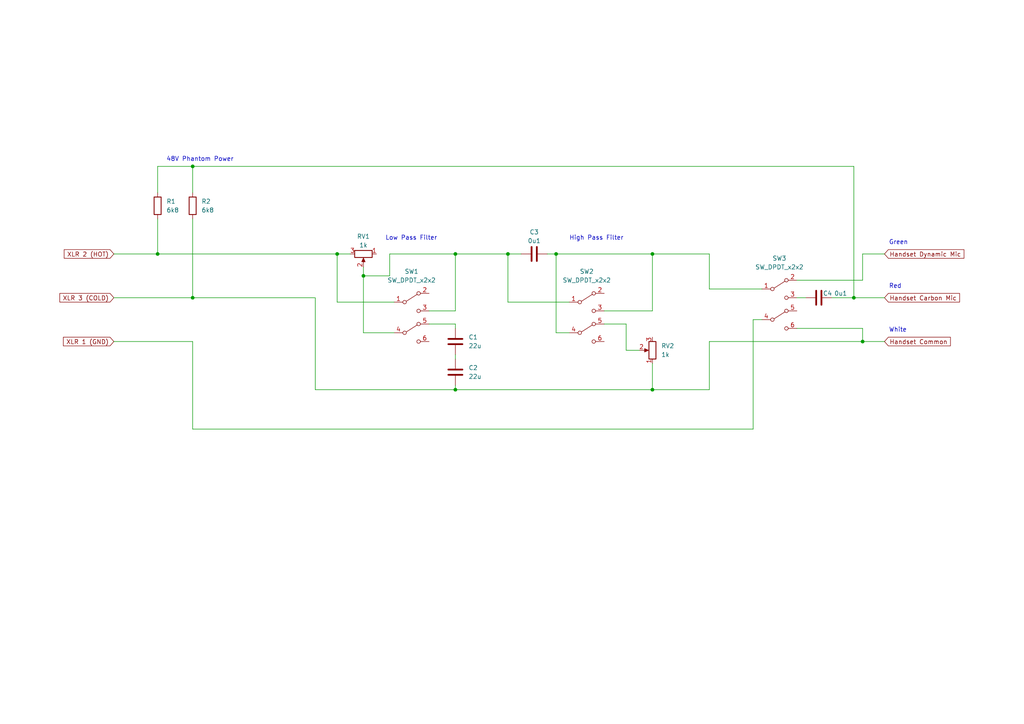
<source format=kicad_sch>
(kicad_sch (version 20211123) (generator eeschema)
  (paper "A4")
  (title_block (title "TRUBKA") (date "2024-02-19") (rev "3") (company "shklj"))
  (lib_symbols
    (symbol "Device:C" (pin_numbers hide) (pin_names (offset 0.254))
      (property "Reference" "C" (at 0.635 2.54 0))
      (property "Value" "C" (at 0.635 -2.54 0))
      (symbol "C_0_1"
        (polyline (pts (xy -2.032 -0.762) (xy 2.032 -0.762)) (stroke (width 0.508)))
        (polyline (pts (xy -2.032 0.762) (xy 2.032 0.762)) (stroke (width 0.508)))
      )
      (symbol "C_1_1"
        (pin passive line (at 0 3.81 270) (length 2.794) (name "~") (number "1"))
        (pin passive line (at 0 -3.81 90) (length 2.794) (name "~") (number "2"))
      )
    )
    (symbol "Device:R" (pin_numbers hide) (pin_names (offset 0))
      (property "Reference" "R" (at 2.032 0 90))
      (property "Value" "R" (at 0 0 90))
      (symbol "R_0_1"
        (rectangle (start -1.016 -2.54) (end 1.016 2.54) (stroke (width 0.254)))
      )
      (symbol "R_1_1"
        (pin passive line (at 0 3.81 270) (length 1.27) (name "~") (number "1"))
        (pin passive line (at 0 -3.81 90) (length 1.27) (name "~") (number "2"))
      )
    )
    (symbol "Device:R_Potentiometer" (pin_names (offset 1.016) hide)
      (property "Reference" "RV" (at -4.445 0 90))
      (property "Value" "R_Potentiometer" (at -2.54 0 90))
      (symbol "R_Potentiometer_0_1"
        (polyline (pts (xy 2.54 0) (xy 1.524 0)))
        (polyline (pts (xy 1.143 0) (xy 2.286 0.508) (xy 2.286 -0.508) (xy 1.143 0)) (fill (type outline)))
        (rectangle (start 1.016 2.54) (end -1.016 -2.54) (stroke (width 0.254)))
      )
      (symbol "R_Potentiometer_1_1"
        (pin passive line (at 0 3.81 270) (length 1.27) (name "1") (number "1"))
        (pin passive line (at 3.81 0 180) (length 1.27) (name "2") (number "2"))
        (pin passive line (at 0 -3.81 90) (length 1.27) (name "3") (number "3"))
      )
    )
    (symbol "My-Library:SW_DPDT_x2x2"
      (property "Reference" "SW" (at 0 13.97 0))
      (property "Value" "SW_DPDT_x2x2" (at 0 11.43 0))
      (symbol "SW_DPDT_x2x2_0_0"
        (circle (center -3.302 -5.08) (radius 0.508))
        (circle (center -3.302 3.81) (radius 0.508))
        (circle (center 0.762 -7.62) (radius 0.508))
        (circle (center 0.762 1.27) (radius 0.508))
      )
      (symbol "SW_DPDT_x2x2_0_1"
        (polyline (pts (xy -2.794 -4.826) (xy 0.381 -2.794)))
        (polyline (pts (xy -2.794 4.064) (xy 0.381 6.096)))
        (circle (center 0.762 -2.54) (radius 0.508))
        (circle (center 0.762 6.35) (radius 0.508))
      )
      (symbol "SW_DPDT_x2x2_1_1"
        (pin passive line (at -6.35 3.81 0) (length 2.54) (name "") (number "1"))
        (pin passive line (at 3.81 6.35 180) (length 2.54) (name "") (number "2"))
        (pin passive line (at 3.81 1.27 180) (length 2.54) (name "") (number "3"))
        (pin passive line (at -6.35 -5.08 0) (length 2.54) (name "") (number "4"))
        (pin passive line (at 3.81 -2.54 180) (length 2.54) (name "") (number "5"))
        (pin passive line (at 3.81 -7.62 180) (length 2.54) (name "") (number "6"))
      )
    )
  )
  (junction (at 105.41 80.01))
  (junction (at 132.08 73.66))
  (junction (at 250.19 99.06))
  (junction (at 45.72 73.66))
  (junction (at 55.88 86.36))
  (junction (at 189.23 113.03))
  (junction (at 132.08 113.03))
  (junction (at 247.65 86.36))
  (junction (at 97.79 73.66))
  (junction (at 147.32 73.66))
  (junction (at 55.88 48.26))
  (junction (at 189.23 73.66))
  (junction (at 161.29 73.66))
  (wire (pts (xy 247.65 86.36) (xy 256.54 86.36)))
  (wire (pts (xy 165.1 96.52) (xy 161.29 96.52)))
  (wire (pts (xy 220.98 92.71) (xy 218.44 92.71)))
  (wire (pts (xy 33.02 86.36) (xy 55.88 86.36)))
  (wire (pts (xy 250.19 99.06) (xy 256.54 99.06)))
  (wire (pts (xy 205.74 83.82) (xy 220.98 83.82)))
  (wire (pts (xy 161.29 73.66) (xy 189.23 73.66)))
  (wire (pts (xy 124.46 93.98) (xy 132.08 93.98)))
  (wire (pts (xy 132.08 111.76) (xy 132.08 113.03)))
  (wire (pts (xy 113.03 80.01) (xy 105.41 80.01)))
  (wire (pts (xy 250.19 73.66) (xy 256.54 73.66)))
  (wire (pts (xy 97.79 87.63) (xy 97.79 73.66)))
  (wire (pts (xy 189.23 113.03) (xy 205.74 113.03)))
  (wire (pts (xy 189.23 73.66) (xy 205.74 73.66)))
  (wire (pts (xy 113.03 73.66) (xy 113.03 80.01)))
  (wire (pts (xy 33.02 73.66) (xy 45.72 73.66)))
  (wire (pts (xy 45.72 48.26) (xy 55.88 48.26)))
  (wire (pts (xy 161.29 73.66) (xy 161.29 96.52)))
  (wire (pts (xy 158.75 73.66) (xy 161.29 73.66)))
  (wire (pts (xy 218.44 92.71) (xy 218.44 124.46)))
  (wire (pts (xy 181.61 101.6) (xy 181.61 93.98)))
  (wire (pts (xy 205.74 99.06) (xy 205.74 113.03)))
  (wire (pts (xy 55.88 63.5) (xy 55.88 86.36)))
  (wire (pts (xy 205.74 99.06) (xy 250.19 99.06)))
  (wire (pts (xy 250.19 95.25) (xy 250.19 99.06)))
  (wire (pts (xy 132.08 90.17) (xy 132.08 73.66)))
  (wire (pts (xy 33.02 99.06) (xy 55.88 99.06)))
  (wire (pts (xy 205.74 83.82) (xy 205.74 73.66)))
  (wire (pts (xy 231.14 86.36) (xy 233.68 86.36)))
  (wire (pts (xy 105.41 80.01) (xy 105.41 77.47)))
  (wire (pts (xy 55.88 48.26) (xy 55.88 55.88)))
  (wire (pts (xy 231.14 95.25) (xy 250.19 95.25)))
  (wire (pts (xy 147.32 73.66) (xy 151.13 73.66)))
  (wire (pts (xy 247.65 48.26) (xy 247.65 86.36)))
  (wire (pts (xy 55.88 48.26) (xy 247.65 48.26)))
  (wire (pts (xy 45.72 55.88) (xy 45.72 48.26)))
  (wire (pts (xy 189.23 105.41) (xy 189.23 113.03)))
  (wire (pts (xy 124.46 90.17) (xy 132.08 90.17)))
  (wire (pts (xy 181.61 93.98) (xy 175.26 93.98)))
  (wire (pts (xy 55.88 99.06) (xy 55.88 124.46)))
  (wire (pts (xy 55.88 86.36) (xy 91.44 86.36)))
  (wire (pts (xy 189.23 73.66) (xy 189.23 90.17)))
  (wire (pts (xy 45.72 73.66) (xy 97.79 73.66)))
  (wire (pts (xy 231.14 81.28) (xy 250.19 81.28)))
  (wire (pts (xy 147.32 87.63) (xy 147.32 73.66)))
  (wire (pts (xy 105.41 96.52) (xy 105.41 80.01)))
  (wire (pts (xy 55.88 124.46) (xy 218.44 124.46)))
  (wire (pts (xy 132.08 113.03) (xy 189.23 113.03)))
  (wire (pts (xy 241.3 86.36) (xy 247.65 86.36)))
  (wire (pts (xy 189.23 90.17) (xy 175.26 90.17)))
  (wire (pts (xy 185.42 101.6) (xy 181.61 101.6)))
  (wire (pts (xy 114.3 96.52) (xy 105.41 96.52)))
  (wire (pts (xy 91.44 86.36) (xy 91.44 113.03)))
  (wire (pts (xy 97.79 73.66) (xy 101.6 73.66)))
  (wire (pts (xy 165.1 87.63) (xy 147.32 87.63)))
  (wire (pts (xy 132.08 73.66) (xy 147.32 73.66)))
  (wire (pts (xy 45.72 63.5) (xy 45.72 73.66)))
  (wire (pts (xy 91.44 113.03) (xy 132.08 113.03)))
  (wire (pts (xy 250.19 81.28) (xy 250.19 73.66)))
  (wire (pts (xy 114.3 87.63) (xy 97.79 87.63)))
  (wire (pts (xy 132.08 73.66) (xy 113.03 73.66)))
  (wire (pts (xy 132.08 102.87) (xy 132.08 104.14)))
  (wire (pts (xy 132.08 93.98) (xy 132.08 95.25)))
  (text "High Pass Filter" (at 165.1 69.85 0) (effects (font (size 1.27 1.27)) (justify left bottom)))
  (text "Green" (at 257.81 71.12 0) (effects (font (size 1.27 1.27)) (justify left bottom)))
  (text "48V Phantom Power" (at 48.26 46.99 0) (effects (font (size 1.27 1.27)) (justify left bottom)))
  (text "White" (at 257.81 96.52 0) (effects (font (size 1.27 1.27)) (justify left bottom)))
  (text "Low Pass Filter" (at 111.76 69.85 0) (effects (font (size 1.27 1.27)) (justify left bottom)))
  (text "Red" (at 257.81 83.82 0) (effects (font (size 1.27 1.27)) (justify left bottom)))
  (global_label "XLR 2 (HOT)" (shape input) (at 33.02 73.66 180) (property "Intersheet References" "${INTERSHEET_REFS}" (effects hide)))
  (global_label "XLR 3 (COLD)" (shape input) (at 33.02 86.36 180) (property "Intersheet References" "${INTERSHEET_REFS}" (effects hide)))
  (global_label "Handset Dynamic Mic" (shape input) (at 256.54 73.66 0) (property "Intersheet References" "${INTERSHEET_REFS}" (effects hide)))
  (global_label "XLR 1 (GND)" (shape input) (at 33.02 99.06 180) (property "Intersheet References" "${INTERSHEET_REFS}" (effects hide)))
  (global_label "Handset Common" (shape input) (at 256.54 99.06 0) (property "Intersheet References" "${INTERSHEET_REFS}" (effects hide)))
  (global_label "Handset Carbon Mic" (shape input) (at 256.54 86.36 0) (property "Intersheet References" "${INTERSHEET_REFS}" (effects hide)))
  (symbol (lib_id "My-Library:SW_DPDT_x2x2") (at 120.65 91.44 0) (unit 1)
    (property "Reference" "SW1" (at 119.38 78.74 0))
    (property "Value" "SW_DPDT_x2x2" (at 119.38 81.28 0))
  )
  (symbol (lib_id "Device:C") (at 154.94 73.66 90) (unit 1)
    (property "Reference" "C3" (at 154.94 67.31 90))
    (property "Value" "0u1" (at 154.94 69.85 90))
  )
  (symbol (lib_id "Device:R") (at 55.88 59.69 0) (unit 1)
    (property "Reference" "R2" (at 58.42 58.4199 0) (effects (justify left)))
    (property "Value" "6k8" (at 58.42 60.9599 0) (effects (justify left)))
  )
  (symbol (lib_id "Device:R_Potentiometer") (at 105.41 73.66 270) (unit 1)
    (property "Reference" "RV1" (at 105.41 68.58 90))
    (property "Value" "1k" (at 105.41 71.12 90))
  )
  (symbol (lib_id "Device:C") (at 132.08 107.95 0) (unit 1)
    (property "Reference" "C2" (at 135.89 106.6799 0) (effects (justify left)))
    (property "Value" "22u" (at 135.89 109.2199 0) (effects (justify left)))
  )
  (symbol (lib_id "Device:R_Potentiometer") (at 189.23 101.6 180) (unit 1)
    (property "Reference" "RV2" (at 191.77 100.3299 0) (effects (justify right)))
    (property "Value" "1k" (at 191.77 102.8699 0) (effects (justify right)))
  )
  (symbol (lib_id "Device:C") (at 132.08 99.06 0) (unit 1)
    (property "Reference" "C1" (at 135.89 97.7899 0) (effects (justify left)))
    (property "Value" "22u" (at 135.89 100.3299 0) (effects (justify left)))
  )
  (symbol (lib_id "My-Library:SW_DPDT_x2x2") (at 171.45 91.44 0) (unit 1)
    (property "Reference" "SW2" (at 170.18 78.74 0))
    (property "Value" "SW_DPDT_x2x2" (at 170.18 81.28 0))
  )
  (symbol (lib_id "My-Library:SW_DPDT_x2x2") (at 227.33 87.63 0) (unit 1)
    (property "Reference" "SW3" (at 226.06 74.93 0))
    (property "Value" "SW_DPDT_x2x2" (at 226.06 77.47 0))
  )
  (symbol (lib_id "Device:R") (at 45.72 59.69 0) (unit 1)
    (property "Reference" "R1" (at 48.26 58.4199 0) (effects (justify left)))
    (property "Value" "6k8" (at 48.26 60.9599 0) (effects (justify left)))
  )
  (symbol (lib_id "Device:C") (at 237.49 86.36 90) (unit 1)
    (property "Reference" "C4" (at 240.03 85.09 90))
    (property "Value" "0u1" (at 243.84 85.09 90))
  )
)
</source>
